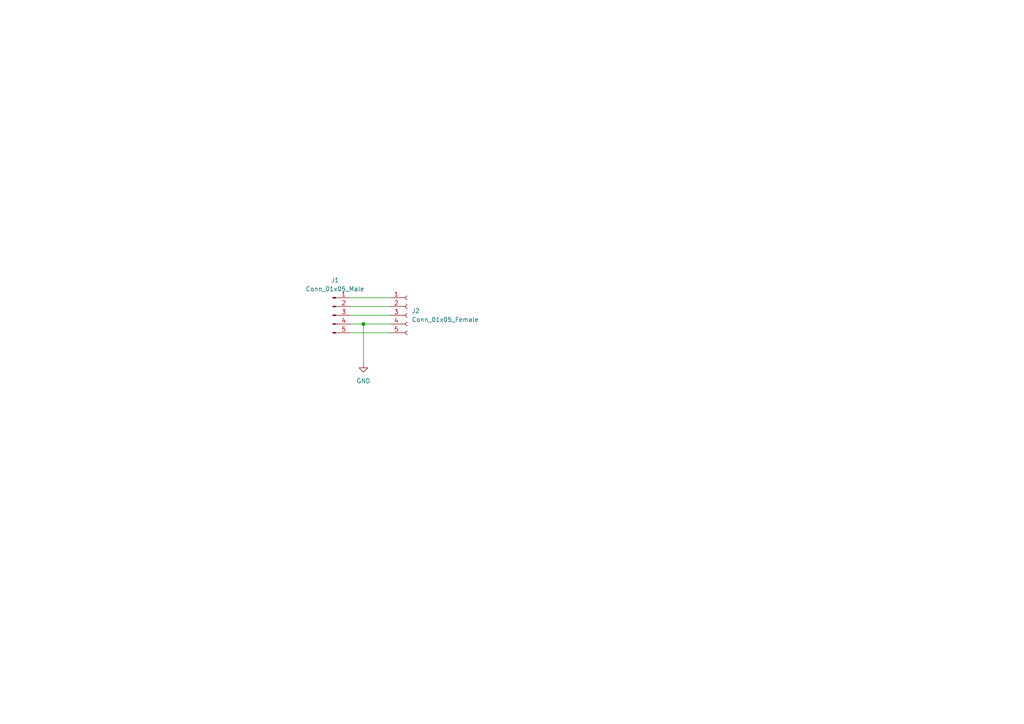
<source format=kicad_sch>
(kicad_sch (version 20211123) (generator eeschema)
  (paper "A4")
  (lib_symbols
    (symbol "Connector:Conn_01x05_Female" (pin_names (offset 1.016) hide)
      (property "Reference" "J" (at 0 7.62 0))
      (property "Value" "Conn_01x05_Female" (at 0 -7.62 0))
      (symbol "Conn_01x05_Female_1_1"
        (arc (start 0 -4.572) (mid -0.508 -5.08) (end 0 -5.588) (stroke (width 0.1524)))
        (arc (start 0 -2.032) (mid -0.508 -2.54) (end 0 -3.048) (stroke (width 0.1524)))
        (polyline (pts (xy -1.27 -5.08) (xy -0.508 -5.08)) (stroke (width 0.1524)))
        (polyline (pts (xy -1.27 -2.54) (xy -0.508 -2.54)) (stroke (width 0.1524)))
        (polyline (pts (xy -1.27 0) (xy -0.508 0)) (stroke (width 0.1524)))
        (polyline (pts (xy -1.27 2.54) (xy -0.508 2.54)) (stroke (width 0.1524)))
        (polyline (pts (xy -1.27 5.08) (xy -0.508 5.08)) (stroke (width 0.1524)))
        (arc (start 0 0.508) (mid -0.508 0) (end 0 -0.508) (stroke (width 0.1524)))
        (arc (start 0 3.048) (mid -0.508 2.54) (end 0 2.032) (stroke (width 0.1524)))
        (arc (start 0 5.588) (mid -0.508 5.08) (end 0 4.572) (stroke (width 0.1524)))
        (pin passive line (at -5.08 5.08 0) (length 3.81) (name "Pin_1") (number "1"))
        (pin passive line (at -5.08 2.54 0) (length 3.81) (name "Pin_2") (number "2"))
        (pin passive line (at -5.08 0 0) (length 3.81) (name "Pin_3") (number "3"))
        (pin passive line (at -5.08 -2.54 0) (length 3.81) (name "Pin_4") (number "4"))
        (pin passive line (at -5.08 -5.08 0) (length 3.81) (name "Pin_5") (number "5"))
      )
    )
    (symbol "Connector:Conn_01x05_Male" (pin_names (offset 1.016) hide)
      (property "Reference" "J" (at 0 7.62 0))
      (property "Value" "Conn_01x05_Male" (at 0 -7.62 0))
      (symbol "Conn_01x05_Male_1_1"
        (polyline (pts (xy 1.27 -5.08) (xy 0.8636 -5.08)) (stroke (width 0.1524)))
        (polyline (pts (xy 1.27 -2.54) (xy 0.8636 -2.54)) (stroke (width 0.1524)))
        (polyline (pts (xy 1.27 0) (xy 0.8636 0)) (stroke (width 0.1524)))
        (polyline (pts (xy 1.27 2.54) (xy 0.8636 2.54)) (stroke (width 0.1524)))
        (polyline (pts (xy 1.27 5.08) (xy 0.8636 5.08)) (stroke (width 0.1524)))
        (rectangle (start 0.8636 -4.953) (end 0 -5.207) (stroke (width 0.1524)) (fill (type outline)))
        (rectangle (start 0.8636 -2.413) (end 0 -2.667) (stroke (width 0.1524)) (fill (type outline)))
        (rectangle (start 0.8636 0.127) (end 0 -0.127) (stroke (width 0.1524)) (fill (type outline)))
        (rectangle (start 0.8636 2.667) (end 0 2.413) (stroke (width 0.1524)) (fill (type outline)))
        (rectangle (start 0.8636 5.207) (end 0 4.953) (stroke (width 0.1524)) (fill (type outline)))
        (pin passive line (at 5.08 5.08 180) (length 3.81) (name "Pin_1") (number "1"))
        (pin passive line (at 5.08 2.54 180) (length 3.81) (name "Pin_2") (number "2"))
        (pin passive line (at 5.08 0 180) (length 3.81) (name "Pin_3") (number "3"))
        (pin passive line (at 5.08 -2.54 180) (length 3.81) (name "Pin_4") (number "4"))
        (pin passive line (at 5.08 -5.08 180) (length 3.81) (name "Pin_5") (number "5"))
      )
    )
    (symbol "power:GND" (power) (pin_names (offset 0))
      (property "Value" "GND" (at 0 -3.81 0))
      (symbol "GND_0_1"
        (polyline (pts (xy 0 0) (xy 0 -1.27) (xy 1.27 -1.27) (xy 0 -2.54) (xy -1.27 -1.27) (xy 0 -1.27)))
      )
      (symbol "GND_1_1"
        (pin power_in line (at 0 0 270) (length 0) hide (name "GND") (number "1"))
      )
    )
  )
  (junction (at 105.41 93.98))
  (wire (pts (xy 101.6 86.36) (xy 113.03 86.36)))
  (wire (pts (xy 105.41 93.98) (xy 113.03 93.98)))
  (wire (pts (xy 101.6 91.44) (xy 113.03 91.44)))
  (wire (pts (xy 101.6 93.98) (xy 105.41 93.98)))
  (wire (pts (xy 101.6 96.52) (xy 113.03 96.52)))
  (wire (pts (xy 105.41 93.98) (xy 105.41 105.41)))
  (wire (pts (xy 101.6 88.9) (xy 113.03 88.9)))
  (symbol (lib_id "Connector:Conn_01x05_Male") (at 96.52 91.44 0) (unit 1)
    (property "Reference" "J1" (at 97.155 81.28 0))
    (property "Value" "Conn_01x05_Male" (at 97.155 83.82 0))
    (property "Footprint" "FFC_FPC:5034800540" (effects hide))
  )
  (symbol (lib_id "Connector:Conn_01x05_Female") (at 118.11 91.44 0) (unit 1)
    (property "Reference" "J2" (at 119.38 90.1699 0) (effects (justify left)))
    (property "Value" "Conn_01x05_Female" (at 119.38 92.7099 0) (effects (justify left)))
    (property "Footprint" "Connector_PinSocket_2.54mm:PinSocket_1x05_P2.54mm_Vertical" (effects hide))
  )
  (symbol (lib_id "power:GND") (at 105.41 105.41 0) (unit 1)
    (property "Reference" "#PWR?" (effects hide))
    (property "Value" "GND" (at 105.41 110.49 0))
  )
)
</source>
